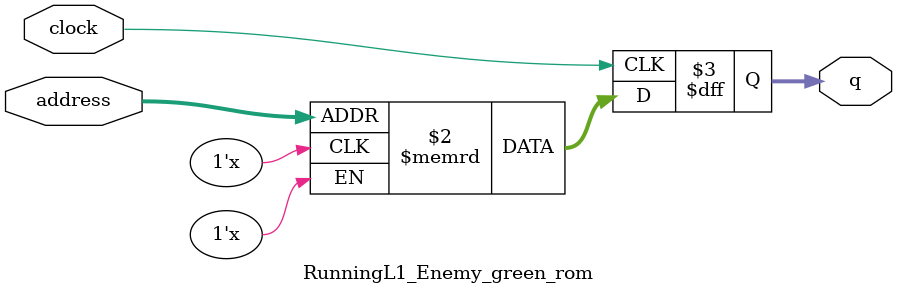
<source format=sv>
module RunningL1_Enemy_green_rom (
	input logic clock,
	input logic [11:0] address,
	output logic [2:0] q
);

logic [2:0] memory [0:2639] /* synthesis ram_init_file = "./RunningL1_Enemy_green/RunningL1_Enemy_green.mif" */;

always_ff @ (posedge clock) begin
	q <= memory[address];
end

endmodule

</source>
